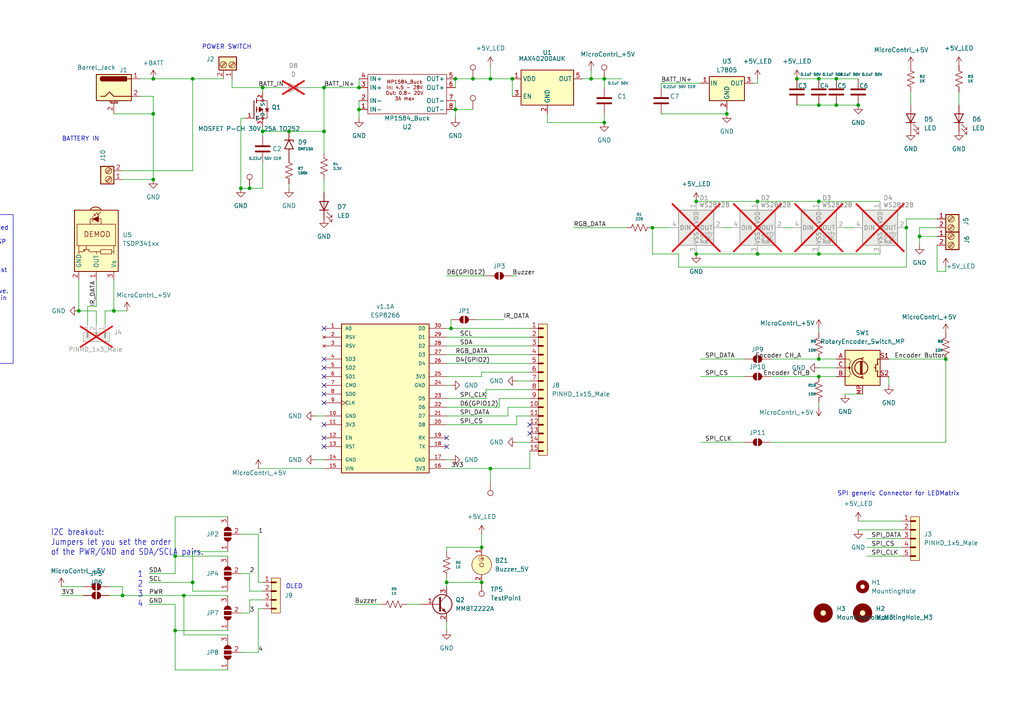
<source format=kicad_sch>
(kicad_sch (version 20231120) (generator "eeschema") (generator_version "8.0")
  (paper "A4")
  (lib_symbols
    (symbol "Analog_Switch:MAX40200AUK"
      (property "Reference" "U" (at -6.35 6.35 0))
      (property "Value" "MAX40200AUK" (at 7.62 6.35 0))
      (symbol "MAX40200AUK_1_1"
        (pin power_in line (at -10.16 2.54 0) (length 2.54) (name "VDD") (number "1"))
        (pin power_in line (at 0 -7.62 90) (length 2.54) (name "GND") (number "2"))
        (pin input line (at -10.16 -2.54 0) (length 2.54) (name "EN") (number "3"))
        (pin no_connect line (at 7.62 -2.54 180) (length 2.54) hide (name "NC") (number "4"))
        (pin passive line (at 10.16 2.54 180) (length 2.54) (name "OUT") (number "5"))
      )
    )
    (symbol "Connector:Barrel_Jack_MountingPin" (pin_names hide)
      (property "Reference" "J1" (at 2.794 5.08 0))
      (property "Value" "Barrel_Jack" (at -5.08 5.842 0))
      (symbol "Barrel_Jack_MountingPin_1_1"
        (text "Mounting" (at 0 -4.191 0) (effects (font (size 0.381 0.381))))
        (pin passive line (at 7.62 2.54 180) (length 2.54) (name "~") (number "1"))
        (pin passive line (at 0 -7.62 90) (length 3.048) (name "GND") (number "2"))
        (pin passive line (at 7.62 -2.54 180) (length 2.54) (name "~") (number "2"))
      )
    )
    (symbol "Connector:TestPoint" (pin_numbers hide) (pin_names (offset 0.762) hide)
      (property "Reference" "TP" (at 0 6.858 0))
      (property "Value" "TestPoint" (at 0 5.08 0))
      (symbol "TestPoint_1_1"
        (pin passive line (at 0 0 90) (length 2.54) (name "1") (number "1"))
      )
    )
    (symbol "Device:C" (pin_numbers hide) (pin_names (offset 0.254))
      (property "Reference" "C" (at 0.635 2.54 0))
      (property "Value" "C" (at 0.635 -2.54 0))
      (symbol "C_1_1"
        (pin passive line (at 0 3.81 270) (length 2.794) (name "~") (number "1"))
        (pin passive line (at 0 -3.81 90) (length 2.794) (name "~") (number "2"))
      )
    )
    (symbol "Device:D" (pin_numbers hide) (pin_names (offset 1.016) hide)
      (property "Reference" "D" (at 0 2.54 0))
      (property "Value" "D" (at 0 -2.54 0))
      (symbol "D_1_1"
        (pin passive line (at -3.81 0 0) (length 2.54) (name "K") (number "1"))
        (pin passive line (at 3.81 0 180) (length 2.54) (name "A") (number "2"))
      )
    )
    (symbol "Device:LED" (pin_numbers hide) (pin_names (offset 1.016) hide)
      (property "Reference" "D" (at 0 2.54 0))
      (property "Value" "LED" (at 0 -2.54 0))
      (symbol "LED_1_1"
        (pin passive line (at -3.81 0 0) (length 2.54) (name "K") (number "1"))
        (pin passive line (at 3.81 0 180) (length 2.54) (name "A") (number "2"))
      )
    )
    (symbol "Device:R_US" (pin_numbers hide) (pin_names (offset 0))
      (property "Reference" "R" (at 2.54 0 90))
      (property "Value" "R_US" (at -2.54 0 90))
      (symbol "R_US_1_1"
        (pin passive line (at 0 3.81 270) (length 1.27) (name "~") (number "1"))
        (pin passive line (at 0 -3.81 90) (length 1.27) (name "~") (number "2"))
      )
    )
    (symbol "Device:RotaryEncoder_Switch_MP" (pin_names (offset 0.254) hide)
      (property "Reference" "SW" (at 0 8.89 0))
      (property "Value" "RotaryEncoder_Switch_MP" (at 0 6.35 0))
      (symbol "RotaryEncoder_Switch_MP_1_1"
        (pin passive line (at -7.62 2.54 0) (length 2.54) (name "A") (number "A"))
        (pin passive line (at -7.62 -2.54 0) (length 2.54) (name "B") (number "B"))
        (pin passive line (at -7.62 0 0) (length 2.54) (name "C") (number "C"))
        (pin passive line (at 0 -7.62 90) (length 2.54) (name "MP") (number "MP"))
        (pin passive line (at 7.62 2.54 180) (length 2.54) (name "S1") (number "S1"))
        (pin passive line (at 7.62 -2.54 180) (length 2.54) (name "S2") (number "S2"))
      )
    )
    (symbol "Diode:SMF15A" (pin_numbers hide) (pin_names (offset 1.016) hide)
      (property "Reference" "D" (at 0 2.54 0))
      (property "Value" "SMF15A" (at 0 -2.54 0))
      (symbol "SMF15A_1_1"
        (pin passive line (at -3.81 0 0) (length 2.54) (name "A1") (number "1"))
        (pin passive line (at 3.81 0 180) (length 2.54) (name "A2") (number "2"))
      )
    )
    (symbol "Interface_Optical:TSDP341xx" (pin_names (offset 1.016))
      (property "Reference" "U" (at -10.16 7.62 0))
      (property "Value" "TSDP341xx" (at -10.16 -7.62 0))
      (symbol "TSDP341xx_0_0"
        (text "DEMOD" (at -3.175 0.254 900) (effects (font (size 1.524 1.524))))
      )
      (symbol "TSDP341xx_1_1"
        (pin output line (at 10.16 0 180) (length 2.54) (name "OUT") (number "1"))
        (pin power_in line (at 10.16 -5.08 180) (length 2.54) (name "GND") (number "2"))
        (pin power_in line (at 10.16 5.08 180) (length 2.54) (name "Vs") (number "3"))
      )
    )
    (symbol "Jumper:SolderJumper_2_Open" (pin_numbers hide) (pin_names (offset 0) hide) (exclude_from_sim yes) (in_bom no)
      (property "Reference" "JP" (at 0 2.032 0))
      (property "Value" "SolderJumper_2_Open" (at 0 -2.54 0))
      (symbol "SolderJumper_2_Open_1_1"
        (pin passive line (at -3.81 0 0) (length 2.54) (name "A") (number "1"))
        (pin passive line (at 3.81 0 180) (length 2.54) (name "B") (number "2"))
      )
    )
    (symbol "Jumper:SolderJumper_3_Open" (pin_names (offset 0) hide) (exclude_from_sim yes) (in_bom no)
      (property "Reference" "JP" (at -2.54 -2.54 0))
      (property "Value" "SolderJumper_3_Open" (at 0 2.794 0))
      (symbol "SolderJumper_3_Open_1_1"
        (pin passive line (at -5.08 0 0) (length 2.54) (name "A") (number "1"))
        (pin passive line (at 0 -3.81 90) (length 2.54) (name "C") (number "2"))
        (pin passive line (at 5.08 0 180) (length 2.54) (name "B") (number "3"))
      )
    )
    (symbol "LED:WS2812B" (pin_names (offset 0.254))
      (property "Reference" "D" (at 5.08 5.715 0))
      (property "Value" "WS2812B" (at 1.27 -5.715 0))
      (symbol "WS2812B_0_0"
        (text "RGB" (at 2.286 -4.191 0) (effects (font (size 0.762 0.762))))
      )
      (symbol "WS2812B_1_1"
        (pin power_in line (at 0 7.62 270) (length 2.54) (name "VDD") (number "1"))
        (pin output line (at 7.62 0 180) (length 2.54) (name "DOUT") (number "2"))
        (pin power_in line (at 0 -7.62 90) (length 2.54) (name "VSS") (number "3"))
        (pin input line (at -7.62 0 0) (length 2.54) (name "DIN") (number "4"))
      )
    )
    (symbol "MCU_Module:WeMos_D1_mini"
      (property "Reference" "U" (at 3.81 19.05 0))
      (property "Value" "WeMos_D1_mini" (at 1.27 -19.05 0))
      (symbol "WeMos_D1_mini_1_1"
        (pin input line (at -10.16 10.16 0) (length 2.54) (name "~{RST}") (number "1"))
        (pin power_in line (at 0 -20.32 90) (length 2.54) (name "GND") (number "10"))
        (pin bidirectional line (at 10.16 0 180) (length 2.54) (name "D4") (number "11"))
        (pin bidirectional line (at 10.16 2.54 180) (length 2.54) (name "D3") (number "12"))
        (pin bidirectional line (at 10.16 5.08 180) (length 2.54) (name "SDA/D2") (number "13"))
        (pin bidirectional line (at 10.16 7.62 180) (length 2.54) (name "SCL/D1") (number "14"))
        (pin input line (at -10.16 2.54 0) (length 2.54) (name "RX") (number "15"))
        (pin output line (at -10.16 0 0) (length 2.54) (name "TX") (number "16"))
        (pin input line (at 10.16 12.7 180) (length 2.54) (name "A0") (number "2"))
        (pin bidirectional line (at 10.16 10.16 180) (length 2.54) (name "D0") (number "3"))
        (pin bidirectional line (at 10.16 -2.54 180) (length 2.54) (name "SCK/D5") (number "4"))
        (pin bidirectional line (at 10.16 -5.08 180) (length 2.54) (name "MISO/D6") (number "5"))
        (pin bidirectional line (at 10.16 -7.62 180) (length 2.54) (name "MOSI/D7") (number "6"))
        (pin bidirectional line (at 10.16 -10.16 180) (length 2.54) (name "CS/D8") (number "7"))
        (pin power_out line (at 2.54 20.32 270) (length 2.54) (name "3V3") (number "8"))
        (pin power_in line (at -2.54 20.32 270) (length 2.54) (name "5V") (number "9"))
      )
    )
    (symbol "Mechanical:MountingHole" (pin_names (offset 1.016)) (exclude_from_sim yes) (in_bom no)
      (property "Reference" "H" (at 0 5.08 0))
      (property "Value" "MountingHole" (at 0 3.175 0))
    )
    (symbol "NodeMCU V1.0:NodeMCU 12-E" (pin_names (offset 1.016))
      (property "Reference" "v1.0" (at -12.7 21.59 0))
      (property "Value" "ESP8266" (at -12.7 -24.13 0))
      (symbol "NodeMCU 12-E_0_0"
        (pin input line (at -17.78 19.05 0) (length 5.08) (name "A0") (number "1"))
        (pin power_in line (at -17.78 -6.35 0) (length 5.08) (name "GND") (number "10"))
        (pin power_out line (at -17.78 -8.89 0) (length 5.08) (name "3V3") (number "11"))
        (pin input line (at -17.78 -12.7 0) (length 5.08) (name "EN") (number "12"))
        (pin input line (at -17.78 -15.24 0) (length 5.08) (name "RST") (number "13"))
        (pin power_in line (at -17.78 -19.05 0) (length 5.08) (name "GND") (number "14"))
        (pin power_in line (at -17.78 -21.59 0) (length 5.08) (name "VIN") (number "15"))
        (pin power_out line (at 17.78 -21.59 180) (length 5.08) (name "3V3") (number "16"))
        (pin power_in line (at 17.78 -19.05 180) (length 5.08) (name "GND") (number "17"))
        (pin output line (at 17.78 -15.24 180) (length 5.08) (name "TX") (number "18"))
        (pin input line (at 17.78 -12.7 180) (length 5.08) (name "RX") (number "19"))
        (pin no_connect line (at -17.78 16.51 0) (length 5.08) (name "RSV") (number "2"))
        (pin bidirectional line (at 17.78 -8.89 180) (length 5.08) (name "D8") (number "20"))
        (pin bidirectional line (at 17.78 -6.35 180) (length 5.08) (name "D7") (number "21"))
        (pin bidirectional line (at 17.78 -3.81 180) (length 5.08) (name "D6") (number "22"))
        (pin bidirectional line (at 17.78 -1.27 180) (length 5.08) (name "D5") (number "23"))
        (pin power_in line (at 17.78 2.54 180) (length 5.08) (name "GND") (number "24"))
        (pin power_out line (at 17.78 5.08 180) (length 5.08) (name "3V3") (number "25"))
        (pin bidirectional line (at 17.78 8.89 180) (length 5.08) (name "D4") (number "26"))
        (pin bidirectional line (at 17.78 11.43 180) (length 5.08) (name "D3") (number "27"))
        (pin bidirectional line (at 17.78 13.97 180) (length 5.08) (name "D2") (number "28"))
        (pin bidirectional line (at 17.78 16.51 180) (length 5.08) (name "D1") (number "29"))
        (pin no_connect line (at -17.78 13.97 0) (length 5.08) (name "RSV") (number "3"))
        (pin input line (at 17.78 19.05 180) (length 5.08) (name "D0") (number "30"))
        (pin bidirectional line (at -17.78 10.16 0) (length 5.08) (name "SD3") (number "4"))
        (pin bidirectional line (at -17.78 7.62 0) (length 5.08) (name "SD2") (number "5"))
        (pin bidirectional line (at -17.78 5.08 0) (length 5.08) (name "SD1") (number "6"))
        (pin bidirectional line (at -17.78 2.54 0) (length 5.08) (name "CMD") (number "7"))
        (pin bidirectional line (at -17.78 0 0) (length 5.08) (name "SD0") (number "8"))
        (pin bidirectional clock (at -17.78 -2.54 0) (length 5.08) (name "CLK") (number "9"))
      )
    )
    (symbol "PCM_SL_Devices:Buzzer_5V"
      (property "Reference" "BZ" (at 0 7.62 0))
      (property "Value" "Buzzer_5V" (at 0 5.08 0))
      (symbol "Buzzer_5V_0_0"
        (text "+" (at -1.778 0 0) (effects (font (size 1.27 1.27))))
      )
      (symbol "Buzzer_5V_1_1"
        (pin passive line (at -5.08 0 0) (length 2.2) (name "") (number "1"))
        (pin passive line (at 5.08 0 180) (length 2.2) (name "") (number "2"))
      )
    )
    (symbol "PCM_SL_Mechanical:MountingHole_M3"
      (property "Reference" "H" (at 0 7.62 0))
      (property "Value" "MountingHole_M3" (at 0 5.08 0))
    )
    (symbol "PCM_SL_Pin_Headers:PINHD_1x15_Male"
      (property "Reference" "J" (at 0 22.86 0))
      (property "Value" "PINHD_1x15_Male" (at 0 20.32 0))
      (symbol "PINHD_1x15_Male_1_1"
        (pin passive line (at -3.81 17.78 0) (length 2.54) (name "") (number "1"))
        (pin passive line (at -3.81 -5.08 0) (length 2.54) (name "") (number "10"))
        (pin passive line (at -3.81 -7.62 0) (length 2.54) (name "") (number "11"))
        (pin passive line (at -3.81 -10.16 0) (length 2.54) (name "") (number "12"))
        (pin passive line (at -3.81 -12.7 0) (length 2.54) (name "") (number "13"))
        (pin passive line (at -3.81 -15.24 0) (length 2.54) (name "") (number "14"))
        (pin passive line (at -3.81 -17.78 0) (length 2.54) (name "") (number "15"))
        (pin passive line (at -3.81 15.24 0) (length 2.54) (name "") (number "2"))
        (pin passive line (at -3.81 12.7 0) (length 2.54) (name "") (number "3"))
        (pin passive line (at -3.81 10.16 0) (length 2.54) (name "") (number "4"))
        (pin passive line (at -3.81 7.62 0) (length 2.54) (name "") (number "5"))
        (pin passive line (at -3.81 5.08 0) (length 2.54) (name "") (number "6"))
        (pin passive line (at -3.81 2.54 0) (length 2.54) (name "") (number "7"))
        (pin passive line (at -3.81 0 0) (length 2.54) (name "") (number "8"))
        (pin passive line (at -3.81 -2.54 0) (length 2.54) (name "") (number "9"))
      )
    )
    (symbol "PCM_SL_Pin_Headers:PINHD_1x3_Male"
      (property "Reference" "J" (at 0 7.62 0))
      (property "Value" "PINHD_1x3_Male" (at 0 5.08 0))
      (symbol "PINHD_1x3_Male_1_1"
        (pin passive line (at -3.81 2.54 0) (length 2.54) (name "") (number "1"))
        (pin passive line (at -3.81 0 0) (length 2.54) (name "") (number "2"))
        (pin passive line (at -3.81 -2.54 0) (length 2.54) (name "") (number "3"))
      )
    )
    (symbol "PCM_SL_Pin_Headers:PINHD_1x4_Male"
      (property "Reference" "J" (at 0 8.89 0))
      (property "Value" "PINHD_1x4_Male" (at 0 6.35 0))
      (symbol "PINHD_1x4_Male_1_1"
        (pin passive line (at -3.81 3.81 0) (length 2.54) (name "") (number "1"))
        (pin passive line (at -3.81 1.27 0) (length 2.54) (name "") (number "2"))
        (pin passive line (at -3.81 -1.27 0) (length 2.54) (name "") (number "3"))
        (pin passive line (at -3.81 -3.81 0) (length 2.54) (name "") (number "4"))
      )
    )
    (symbol "PCM_SL_Pin_Headers:PINHD_1x5_Male"
      (property "Reference" "J" (at 0 10.16 0))
      (property "Value" "PINHD_1x5_Male" (at 0 7.62 0))
      (symbol "PINHD_1x5_Male_1_1"
        (pin passive line (at -3.81 5.08 0) (length 2.54) (name "") (number "1"))
        (pin passive line (at -3.81 2.54 0) (length 2.54) (name "") (number "2"))
        (pin passive line (at -3.81 0 0) (length 2.54) (name "") (number "3"))
        (pin passive line (at -3.81 -2.54 0) (length 2.54) (name "") (number "4"))
        (pin passive line (at -3.81 -5.08 0) (length 2.54) (name "") (number "5"))
      )
    )
    (symbol "PCM_SL_Screw_Terminal:Screw_Terminal_2_P3.50mm"
      (property "Reference" "J" (at 0 3.81 0))
      (property "Value" "Screw_Terminal_2_P3.50mm" (at 0 -3.81 0))
      (symbol "Screw_Terminal_2_P3.50mm_1_1"
        (pin passive line (at -3.81 1.27 0) (length 2.54) (name "") (number "1"))
        (pin passive line (at -3.81 -1.27 0) (length 2.54) (name "") (number "2"))
      )
    )
    (symbol "Regulator_Linear:L7805" (pin_names (offset 0.254))
      (property "Reference" "U" (at -3.81 3.175 0))
      (property "Value" "L7805" (at 0 3.175 0))
      (symbol "L7805_1_1"
        (pin power_in line (at -7.62 0 0) (length 2.54) (name "IN") (number "1"))
        (pin power_in line (at 0 -7.62 90) (length 2.54) (name "GND") (number "2"))
        (pin power_out line (at 7.62 0 180) (length 2.54) (name "OUT") (number "3"))
      )
    )
    (symbol "Ryan_Custom_Modules:MOSFET_P-CH_30V_25A_TO252"
      (property "Reference" "Q" (at 2.794 -7.112 0))
      (symbol "MOSFET_P-CH_30V_25A_TO252_1_0"
        (pin passive line (at -5.08 -2.54 0) (length 2.54) (name "G") (number "1"))
        (pin passive line (at 0 5.08 270) (length 2.54) (name "S") (number "2"))
        (pin passive line (at 0 -5.08 90) (length 2.54) (name "D") (number "3"))
      )
    )
    (symbol "Ryan_Custom_Modules:MP1584_Buck"
      (property "Reference" "U?" (at 0 3.302 0))
      (symbol "MP1584_Buck_1_1"
        (text "MP1584_Buck\nIn: 4.5 - 28V\nOut: 0.8- 20V\n3A max" (at -0.762 -1.778 0) (effects (font (size 1 1))))
        (pin power_in line (at -13.97 3.81 0) (length 2.54) (name "IN-") (number "1"))
        (pin power_in line (at -13.97 1.27 0) (length 2.54) (name "IN-") (number "2"))
        (pin power_in line (at -13.97 -2.54 0) (length 2.54) (name "IN+") (number "3"))
        (pin power_in line (at -13.97 -5.08 0) (length 2.54) (name "IN+") (number "4"))
        (pin power_out line (at 13.97 -5.08 180) (length 2.54) (name "OUT+") (number "5"))
        (pin power_out line (at 13.97 -2.54 180) (length 2.54) (name "OUT+") (number "6"))
        (pin power_out line (at 13.97 1.27 180) (length 2.54) (name "OUT-") (number "7"))
        (pin power_out line (at 13.97 3.81 180) (length 2.54) (name "OUT-") (number "8"))
      )
    )
    (symbol "Ryan_Custom_Modules:WeMos_mini" (pin_names (offset 1.016))
      (property "Reference" "U" (at 0 12.7 0))
      (property "Value" "WeMos_mini" (at 0 -12.7 0))
      (property "Datasheet" "http://www.wemos.cc/Products/d1_mini.html" (at 13.97 -17.78 0))
      (symbol "WeMos_mini_1_1"
        (pin power_in line (at -12.7 8.89 0) (length 5.08) (name "5V") (number "1"))
        (pin bidirectional line (at 12.7 -6.35 180) (length 5.08) (name "A0") (number "10"))
        (pin bidirectional line (at 12.7 -3.81 180) (length 5.08) (name "D0") (number "11"))
        (pin bidirectional line (at 12.7 -1.27 180) (length 5.08) (name "D5") (number "12"))
        (pin bidirectional line (at 12.7 1.27 180) (length 5.08) (name "D6") (number "13"))
        (pin bidirectional line (at 12.7 3.81 180) (length 5.08) (name "D7") (number "14"))
        (pin bidirectional line (at 12.7 6.35 180) (length 5.08) (name "D8") (number "15"))
        (pin power_out line (at 12.7 8.89 180) (length 5.08) (name "3.3V") (number "16"))
        (pin power_in line (at -12.7 6.35 0) (length 5.08) (name "GND") (number "2"))
        (pin bidirectional line (at -12.7 3.81 0) (length 5.08) (name "D4") (number "3"))
        (pin bidirectional line (at -12.7 1.27 0) (length 5.08) (name "D3") (number "4"))
        (pin bidirectional line (at -12.7 -1.27 0) (length 5.08) (name "D2") (number "5"))
        (pin bidirectional line (at -12.7 -3.81 0) (length 5.08) (name "D1") (number "6"))
        (pin bidirectional line (at -12.7 -6.35 0) (length 5.08) (name "Rx") (number "7"))
        (pin bidirectional line (at -12.7 -8.89 0) (length 5.08) (name "Tx") (number "8"))
        (pin bidirectional line (at 12.7 -8.89 180) (length 5.08) (name "Rst") (number "9"))
      )
    )
    (symbol "Transistor_BJT:MMBT2222A" (pin_names (offset 0) hide)
      (property "Reference" "Q" (at 5.08 1.905 0))
      (property "Value" "MMBT2222A" (at 5.08 0 0))
      (symbol "MMBT2222A_1_1"
        (pin input line (at -5.08 0 0) (length 5.715) (name "B") (number "1"))
        (pin passive line (at 2.54 -5.08 90) (length 2.54) (name "E") (number "2"))
        (pin passive line (at 2.54 5.08 270) (length 2.54) (name "C") (number "3"))
      )
    )
    (symbol "power:+5V" (power) (pin_numbers hide) (pin_names (offset 0) hide)
      (property "Value" "+5V" (at 0 3.556 0))
      (symbol "+5V_1_1"
        (pin power_in line (at 0 0 90) (length 0) (name "~") (number "1"))
      )
    )
    (symbol "power:+BATT" (power) (pin_numbers hide) (pin_names (offset 0) hide)
      (property "Value" "+BATT" (at 0 3.556 0))
      (symbol "+BATT_1_1"
        (pin power_in line (at 0 0 90) (length 0) (name "~") (number "1"))
      )
    )
    (symbol "power:GND" (power) (pin_numbers hide) (pin_names (offset 0) hide)
      (property "Value" "GND" (at 0 -3.81 0))
      (symbol "GND_1_1"
        (pin power_in line (at 0 0 270) (length 0) (name "~") (number "1"))
      )
    )
    (symbol "power:VCC" (power) (pin_numbers hide) (pin_names (offset 0) hide)
      (property "Value" "VCC" (at 0 3.556 0))
      (symbol "VCC_1_1"
        (pin power_in line (at 0 0 90) (length 0) (name "~") (number "1"))
      )
    )
  )
  (junction (at 22.86 90.17))
  (junction (at 132.08 22.86))
  (junction (at 266.7 68.58))
  (junction (at 137.16 22.86))
  (junction (at 44.45 52.07))
  (junction (at 50.8 182.88))
  (junction (at 72.39 54.61))
  (junction (at 248.92 30.48))
  (junction (at 210.82 33.02))
  (junction (at 44.45 22.86))
  (junction (at 142.24 22.86))
  (junction (at 262.89 66.04))
  (junction (at 175.26 22.86))
  (junction (at 139.7 158.75))
  (junction (at 53.34 172.72))
  (junction (at 129.54 168.91))
  (junction (at 139.7 168.91))
  (junction (at 242.57 22.86))
  (junction (at 237.49 30.48))
  (junction (at 175.26 35.56))
  (junction (at 274.32 104.14))
  (junction (at 33.02 90.17))
  (junction (at 201.93 58.42))
  (junction (at 104.14 31.75))
  (junction (at 237.49 104.14))
  (junction (at 237.49 58.42))
  (junction (at 142.24 135.89))
  (junction (at 219.71 58.42))
  (junction (at 76.2 38.1))
  (junction (at 44.45 33.02))
  (junction (at 55.88 168.91))
  (junction (at 50.8 161.29))
  (junction (at 242.57 30.48))
  (junction (at 69.85 54.61))
  (junction (at 104.14 25.4))
  (junction (at 55.88 22.86))
  (junction (at 83.82 38.1))
  (junction (at 237.49 73.66))
  (junction (at 231.14 22.86))
  (junction (at 93.98 25.4))
  (junction (at 237.49 22.86))
  (junction (at 237.49 109.22))
  (junction (at 132.08 31.75))
  (junction (at 219.71 73.66))
  (junction (at 130.81 95.25))
  (junction (at 189.23 66.04))
  (junction (at 148.59 22.86))
  (junction (at 35.56 172.72))
  (junction (at 76.2 25.4))
  (junction (at 93.98 38.1))
  (junction (at 201.93 73.66))
  (junction (at 171.45 22.86))
  (no_connect (at 93.98 123.19))
  (no_connect (at 93.98 106.68))
  (no_connect (at 93.98 104.14))
  (no_connect (at 129.54 127))
  (no_connect (at 93.98 129.54))
  (no_connect (at 153.67 123.19))
  (no_connect (at 93.98 114.3))
  (no_connect (at 93.98 95.25))
  (no_connect (at 93.98 116.84))
  (no_connect (at 129.54 129.54))
  (no_connect (at 93.98 111.76))
  (no_connect (at 153.67 125.73))
  (no_connect (at 93.98 109.22))
  (no_connect (at 93.98 127))
  (wire (pts (xy 129.54 100.33) (xy 153.67 100.33)))
  (wire (pts (xy 88.9 25.4) (xy 93.98 25.4)))
  (wire (pts (xy 147.32 120.65) (xy 147.32 118.11)))
  (wire (pts (xy 69.85 177.8) (xy 72.39 177.8)))
  (wire (pts (xy 139.7 107.95) (xy 153.67 107.95)))
  (wire (pts (xy 189.23 73.66) (xy 196.85 73.66)))
  (wire (pts (xy 50.8 175.26) (xy 50.8 182.88)) (stroke (width 0.1524)))
  (wire (pts (xy 227.33 66.04) (xy 229.87 66.04)))
  (wire (pts (xy 245.11 66.04) (xy 247.65 66.04)))
  (wire (pts (xy 43.18 166.37) (xy 50.8 166.37)) (stroke (width 0.1524)))
  (wire (pts (xy 210.82 33.02) (xy 210.82 31.75)))
  (wire (pts (xy 191.77 24.13) (xy 191.77 25.4)))
  (wire (pts (xy 69.85 189.23) (xy 74.93 189.23)) (stroke (width 0.1524)))
  (wire (pts (xy 55.88 171.45) (xy 55.88 168.91)) (stroke (width 0.1524)))
  (wire (pts (xy 74.93 154.94) (xy 74.93 168.91)) (stroke (width 0.1524)))
  (wire (pts (xy 251.46 161.29) (xy 261.62 161.29)))
  (wire (pts (xy 203.2 109.22) (xy 215.9 109.22)))
  (wire (pts (xy 209.55 66.04) (xy 212.09 66.04)))
  (wire (pts (xy 271.78 71.12) (xy 271.78 78.74)))
  (wire (pts (xy 130.81 92.71) (xy 130.81 95.25)))
  (wire (pts (xy 72.39 171.45) (xy 72.39 166.37)) (stroke (width 0.1524)))
  (wire (pts (xy 76.2 54.61) (xy 72.39 54.61)))
  (wire (pts (xy 129.54 168.91) (xy 129.54 170.18)))
  (wire (pts (xy 196.85 77.47) (xy 196.85 73.66)))
  (wire (pts (xy 55.88 22.86) (xy 55.88 49.53)))
  (wire (pts (xy 27.94 90.17) (xy 27.94 93.98)))
  (wire (pts (xy 30.48 90.17) (xy 30.48 93.98)))
  (wire (pts (xy 223.52 128.27) (xy 274.32 128.27)))
  (wire (pts (xy 257.81 111.76) (xy 257.81 109.22)))
  (wire (pts (xy 278.13 26.67) (xy 278.13 30.48)))
  (wire (pts (xy 248.92 153.67) (xy 261.62 153.67)))
  (wire (pts (xy 132.08 31.75) (xy 132.08 34.29)))
  (wire (pts (xy 35.56 52.07) (xy 44.45 52.07)))
  (wire (pts (xy 266.7 68.58) (xy 271.78 68.58)))
  (wire (pts (xy 129.54 115.57) (xy 140.97 115.57)))
  (wire (pts (xy 166.37 66.04) (xy 181.61 66.04)))
  (wire (pts (xy 55.88 160.02) (xy 66.04 160.02)) (stroke (width 0.1524)))
  (wire (pts (xy 153.67 120.65) (xy 149.86 120.65)))
  (wire (pts (xy 76.2 168.91) (xy 74.93 168.91)) (stroke (width 0.1524)))
  (wire (pts (xy 129.54 160.02) (xy 129.54 158.75)))
  (wire (pts (xy 137.16 22.86) (xy 142.24 22.86)))
  (wire (pts (xy 50.8 149.86) (xy 50.8 161.29)) (stroke (width 0.1524)))
  (wire (pts (xy 237.49 73.66) (xy 255.27 73.66)))
  (wire (pts (xy 44.45 33.02) (xy 44.45 27.94)))
  (wire (pts (xy 203.2 24.13) (xy 191.77 24.13)))
  (wire (pts (xy 271.78 66.04) (xy 266.7 66.04)))
  (wire (pts (xy 129.54 123.19) (xy 149.86 123.19)))
  (wire (pts (xy 27.94 81.28) (xy 27.94 88.9)))
  (wire (pts (xy 69.85 34.29) (xy 69.85 54.61)))
  (wire (pts (xy 248.92 151.13) (xy 261.62 151.13)))
  (wire (pts (xy 148.59 22.86) (xy 148.59 27.94)))
  (wire (pts (xy 76.2 46.99) (xy 76.2 54.61)))
  (wire (pts (xy 44.45 52.07) (xy 44.45 33.02)))
  (wire (pts (xy 71.12 34.29) (xy 69.85 34.29)))
  (wire (pts (xy 66.04 172.72) (xy 53.34 172.72)) (stroke (width 0.1524)))
  (wire (pts (xy 140.97 115.57) (xy 140.97 113.03)))
  (wire (pts (xy 35.56 172.72) (xy 53.34 172.72)) (stroke (width 0.1524)))
  (wire (pts (xy 129.54 97.79) (xy 153.67 97.79)))
  (wire (pts (xy 237.49 22.86) (xy 242.57 22.86)))
  (wire (pts (xy 129.54 167.64) (xy 129.54 168.91)))
  (wire (pts (xy 25.4 88.9) (xy 27.94 88.9)))
  (wire (pts (xy 201.93 73.66) (xy 219.71 73.66)))
  (wire (pts (xy 130.81 95.25) (xy 153.67 95.25)))
  (wire (pts (xy 22.86 81.28) (xy 22.86 90.17)))
  (wire (pts (xy 191.77 33.02) (xy 210.82 33.02)))
  (wire (pts (xy 147.32 118.11) (xy 153.67 118.11)))
  (wire (pts (xy 219.71 24.13) (xy 218.44 24.13)))
  (wire (pts (xy 93.98 25.4) (xy 93.98 38.1)))
  (wire (pts (xy 50.8 182.88) (xy 50.8 194.31)) (stroke (width 0.1524)))
  (wire (pts (xy 149.86 120.65) (xy 149.86 123.19)))
  (wire (pts (xy 142.24 135.89) (xy 153.67 135.89)))
  (wire (pts (xy 237.49 104.14) (xy 242.57 104.14)))
  (wire (pts (xy 30.48 90.17) (xy 33.02 90.17)))
  (wire (pts (xy 237.49 58.42) (xy 255.27 58.42)))
  (wire (pts (xy 149.86 110.49) (xy 153.67 110.49)))
  (wire (pts (xy 66.04 182.88) (xy 50.8 182.88)) (stroke (width 0.1524)))
  (wire (pts (xy 50.8 194.31) (xy 66.04 194.31)))
  (wire (pts (xy 250.19 114.3) (xy 245.11 114.3)))
  (wire (pts (xy 231.14 30.48) (xy 237.49 30.48)))
  (wire (pts (xy 140.97 113.03) (xy 153.67 113.03)))
  (wire (pts (xy 129.54 158.75) (xy 139.7 158.75)))
  (wire (pts (xy 171.45 22.86) (xy 175.26 22.86)))
  (wire (pts (xy 43.18 175.26) (xy 50.8 175.26)) (stroke (width 0.1524)))
  (wire (pts (xy 33.02 33.02) (xy 44.45 33.02)))
  (wire (pts (xy 55.88 168.91) (xy 55.88 160.02)) (stroke (width 0.1524)))
  (wire (pts (xy 139.7 109.22) (xy 139.7 107.95)))
  (wire (pts (xy 43.18 168.91) (xy 55.88 168.91)) (stroke (width 0.1524)))
  (wire (pts (xy 274.32 128.27) (xy 274.32 104.14)))
  (wire (pts (xy 76.2 25.4) (xy 76.2 26.67)))
  (wire (pts (xy 35.56 172.72) (xy 35.56 170.18)) (stroke (width 0.1524)))
  (wire (pts (xy 158.75 33.02) (xy 158.75 35.56)))
  (wire (pts (xy 69.85 154.94) (xy 74.93 154.94)) (stroke (width 0.1524)))
  (wire (pts (xy 264.16 26.67) (xy 264.16 30.48)))
  (wire (pts (xy 148.59 80.01) (xy 149.86 80.01)))
  (wire (pts (xy 76.2 25.4) (xy 81.28 25.4)))
  (wire (pts (xy 129.54 102.87) (xy 153.67 102.87)))
  (wire (pts (xy 144.78 115.57) (xy 153.67 115.57)))
  (wire (pts (xy 83.82 53.34) (xy 83.82 54.61)))
  (wire (pts (xy 219.71 73.66) (xy 237.49 73.66)))
  (wire (pts (xy 262.89 66.04) (xy 262.89 77.47)))
  (wire (pts (xy 274.32 78.74) (xy 271.78 78.74)))
  (wire (pts (xy 129.54 118.11) (xy 144.78 118.11)))
  (wire (pts (xy 67.31 22.86) (xy 67.31 25.4)))
  (wire (pts (xy 66.04 171.45) (xy 55.88 171.45)) (stroke (width 0.1524)))
  (wire (pts (xy 237.49 30.48) (xy 242.57 30.48)))
  (wire (pts (xy 168.91 22.86) (xy 171.45 22.86)))
  (wire (pts (xy 242.57 22.86) (xy 248.92 22.86)))
  (wire (pts (xy 83.82 38.1) (xy 76.2 38.1)))
  (wire (pts (xy 262.89 63.5) (xy 262.89 66.04)))
  (wire (pts (xy 66.04 161.29) (xy 50.8 161.29)) (stroke (width 0.1524)))
  (wire (pts (xy 44.45 27.94) (xy 40.64 27.94)))
  (wire (pts (xy 242.57 106.68) (xy 237.49 106.68)))
  (wire (pts (xy 76.2 38.1) (xy 76.2 36.83)))
  (wire (pts (xy 44.45 22.86) (xy 55.88 22.86)))
  (wire (pts (xy 53.34 172.72) (xy 53.34 184.15)) (stroke (width 0.1524)))
  (wire (pts (xy 158.75 35.56) (xy 175.26 35.56)))
  (wire (pts (xy 33.02 90.17) (xy 36.83 90.17)))
  (wire (pts (xy 76.2 176.53) (xy 74.93 176.53)) (stroke (width 0.1524)))
  (wire (pts (xy 175.26 22.86) (xy 175.26 25.4)))
  (wire (pts (xy 189.23 66.04) (xy 194.31 66.04)))
  (wire (pts (xy 237.49 118.11) (xy 237.49 116.84)))
  (wire (pts (xy 104.14 29.21) (xy 104.14 31.75)))
  (wire (pts (xy 129.54 80.01) (xy 140.97 80.01)))
  (wire (pts (xy 203.2 128.27) (xy 215.9 128.27)))
  (wire (pts (xy 132.08 31.75) (xy 137.16 31.75)))
  (wire (pts (xy 93.98 38.1) (xy 93.98 44.45)))
  (wire (pts (xy 25.4 88.9) (xy 25.4 93.98)))
  (wire (pts (xy 67.31 25.4) (xy 76.2 25.4)))
  (wire (pts (xy 271.78 63.5) (xy 262.89 63.5)))
  (wire (pts (xy 144.78 118.11) (xy 144.78 115.57)))
  (wire (pts (xy 83.82 38.1) (xy 93.98 38.1)))
  (wire (pts (xy 17.78 172.72) (xy 24.13 172.72)))
  (wire (pts (xy 251.46 156.21) (xy 261.62 156.21)))
  (wire (pts (xy 180.34 22.86) (xy 175.26 22.86)))
  (wire (pts (xy 104.14 22.86) (xy 104.14 25.4)))
  (wire (pts (xy 219.71 22.86) (xy 219.71 24.13)))
  (wire (pts (xy 274.32 104.14) (xy 257.81 104.14)))
  (wire (pts (xy 74.93 135.89) (xy 93.98 135.89)))
  (wire (pts (xy 153.67 135.89) (xy 153.67 130.81)))
  (wire (pts (xy 129.54 168.91) (xy 139.7 168.91)))
  (wire (pts (xy 132.08 29.21) (xy 132.08 31.75)))
  (wire (pts (xy 175.26 33.02) (xy 175.26 35.56)))
  (wire (pts (xy 237.49 109.22) (xy 242.57 109.22)))
  (wire (pts (xy 129.54 180.34) (xy 129.54 182.88)))
  (wire (pts (xy 132.08 22.86) (xy 132.08 25.4)))
  (wire (pts (xy 138.43 92.71) (xy 146.05 92.71)))
  (wire (pts (xy 104.14 31.75) (xy 104.14 34.29)))
  (wire (pts (xy 53.34 184.15) (xy 66.04 184.15)) (stroke (width 0.1524)))
  (wire (pts (xy 129.54 135.89) (xy 142.24 135.89)))
  (wire (pts (xy 201.93 58.42) (xy 219.71 58.42)))
  (wire (pts (xy 189.23 66.04) (xy 189.23 73.66)))
  (wire (pts (xy 50.8 149.86) (xy 66.04 149.86)) (stroke (width 0.1524)))
  (wire (pts (xy 219.71 58.42) (xy 237.49 58.42)))
  (wire (pts (xy 69.85 166.37) (xy 72.39 166.37)) (stroke (width 0.1524)))
  (wire (pts (xy 231.14 22.86) (xy 237.49 22.86)))
  (wire (pts (xy 91.44 133.35) (xy 93.98 133.35)))
  (wire (pts (xy 129.54 105.41) (xy 153.67 105.41)))
  (wire (pts (xy 129.54 111.76) (xy 130.81 111.76)))
  (wire (pts (xy 203.2 104.14) (xy 215.9 104.14)))
  (wire (pts (xy 31.75 172.72) (xy 35.56 172.72)))
  (wire (pts (xy 74.93 176.53) (xy 74.93 189.23)) (stroke (width 0.1524)))
  (wire (pts (xy 251.46 158.75) (xy 261.62 158.75)))
  (wire (pts (xy 35.56 170.18) (xy 31.75 170.18)) (stroke (width 0.1524)))
  (wire (pts (xy 237.49 95.25) (xy 237.49 96.52)))
  (wire (pts (xy 118.11 175.26) (xy 121.92 175.26)))
  (wire (pts (xy 72.39 54.61) (xy 69.85 54.61)))
  (wire (pts (xy 76.2 171.45) (xy 72.39 171.45)) (stroke (width 0.1524)))
  (wire (pts (xy 22.86 90.17) (xy 27.94 90.17)))
  (wire (pts (xy 142.24 135.89) (xy 142.24 139.7)))
  (wire (pts (xy 33.02 81.28) (xy 33.02 90.17)))
  (wire (pts (xy 129.54 120.65) (xy 147.32 120.65)))
  (wire (pts (xy 129.54 109.22) (xy 139.7 109.22)))
  (wire (pts (xy 129.54 133.35) (xy 130.81 133.35)))
  (wire (pts (xy 223.52 104.14) (xy 237.49 104.14)))
  (wire (pts (xy 149.86 128.27) (xy 153.67 128.27)))
  (wire (pts (xy 242.57 30.48) (xy 248.92 30.48)))
  (wire (pts (xy 76.2 39.37) (xy 76.2 38.1)))
  (wire (pts (xy 17.78 170.18) (xy 24.13 170.18)))
  (wire (pts (xy 76.2 173.99) (xy 72.39 173.99)) (stroke (width 0.1524)))
  (wire (pts (xy 102.87 175.26) (xy 110.49 175.26)))
  (wire (pts (xy 40.64 22.86) (xy 44.45 22.86)))
  (wire (pts (xy 142.24 19.05) (xy 142.24 22.86)))
  (wire (pts (xy 129.54 95.25) (xy 130.81 95.25)))
  (wire (pts (xy 139.7 154.94) (xy 139.7 158.75)))
  (wire (pts (xy 104.14 25.4) (xy 93.98 25.4)))
  (wire (pts (xy 171.45 20.32) (xy 171.45 22.86)))
  (wire (pts (xy 72.39 173.99) (xy 72.39 177.8)) (stroke (width 0.1524)))
  (wire (pts (xy 266.7 66.04) (xy 266.7 68.58)))
  (wire (pts (xy 196.85 77.47) (xy 262.89 77.47)))
  (wire (pts (xy 223.52 109.22) (xy 237.49 109.22)))
  (wire (pts (xy 50.8 161.29) (xy 50.8 166.37)) (stroke (width 0.1524)))
  (wire (pts (xy 93.98 52.07) (xy 93.98 55.88)))
  (wire (pts (xy 274.32 78.74) (xy 274.32 77.47)))
  (wire (pts (xy 142.24 22.86) (xy 148.59 22.86)))
  (wire (pts (xy 55.88 22.86) (xy 64.77 22.86)))
  (wire (pts (xy 266.7 68.58) (xy 266.7 71.12)))
  (wire (pts (xy 91.44 120.65) (xy 93.98 120.65)))
  (wire (pts (xy 132.08 22.86) (xy 137.16 22.86)))
  (wire (pts (xy 35.56 49.53) (xy 55.88 49.53)))
  (text_box "To do (before public release)\n1) D0 reassign. IRrx cannot be on D0 (need interrupt ability from library)\n2) swap D8. Pullup on encoder causes ESP to not boot. swap with D6\n3) Connect A0 maybe?\n\nfriggin ESP8266 has soo many quirks i just wanted to put them to use and never \ntouch this schematic again. \nThis PCB version has the bugs listed above. No issues with SPI implimentation shown in video." (at -41.91 62.23 0) (size 45.72 43.18) (effects (font (size 1.27 1.27)) (justify left top)))
  (text "I2C breakout:\nJumpers let you set the order\nof the PWR/GND and SDA/SCLA pairs." (at 14.732 161.29 0) (effects (font (size 1.778 1.5113)) (justify left bottom)))
  (text "1\n2\n3\n4" (at 39.878 176.276 0) (effects (font (size 1.778 1.5113)) (justify left bottom)))
  (text "OLED" (at 85.344 170.18 0) (effects (font (size 1.27 1.27))))
  (text "SPI generic Connector for LEDMatrix" (at 260.604 143.256 0) (effects (font (size 1.27 1.27))))
  (text "POWER SWITCH" (at 65.786 13.716 0) (effects (font (size 1.27 1.27))))
  (text "BATTERY IN" (at 23.368 40.386 0) (effects (font (size 1.27 1.27))))
  (label "SPI_DATA" (at 252.73 156.21 0))
  (label "D4(GPIO2)" (at 132.08 105.41 0))
  (label "3V3" (at 130.81 135.89 0))
  (label "BATT_IN" (at 74.93 25.4 0))
  (label "SPI_CLK" (at 204.47 128.27 0))
  (label "Encoder CH_B" (at 234.95 109.22 180))
  (label "BATT_IN+" (at 93.98 25.4 0))
  (label "SPI_DATA" (at 133.35 120.65 0))
  (label "Encoder Button" (at 274.32 104.14 180))
  (label "SPI_CS" (at 133.35 123.19 0))
  (label "GND" (at 43.18 175.26 0) (effects (font (size 1.2446 1.2446))))
  (label "Encoder CH_A" (at 232.41 104.14 180))
  (label "3" (at 72.39 177.8 0) (effects (font (size 1.2446 1.2446))))
  (label "PWR" (at 43.18 172.72 0) (effects (font (size 1.2446 1.2446))))
  (label "SCL" (at 43.18 168.91 0) (effects (font (size 1.2446 1.2446))))
  (label "D6(GPIO12)" (at 129.54 80.01 0))
  (label "D6(GPIO12)" (at 133.35 118.11 0))
  (label "IR_DATA" (at 27.94 88.9 90))
  (label "IR_DATA" (at 146.05 92.71 0))
  (label "SCL" (at 133.35 97.79 0))
  (label "SPI_CLK" (at 133.35 115.57 0))
  (label "SPI_CLK" (at 252.73 161.29 0))
  (label "BATT_IN+" (at 191.77 24.13 0))
  (label "4" (at 74.93 189.23 0) (effects (font (size 1.2446 1.2446))))
  (label "2" (at 72.39 166.37 0) (effects (font (size 1.2446 1.2446))))
  (label "SPI_CS" (at 204.47 109.22 0))
  (label "Buzzer" (at 102.87 175.26 0))
  (label "SDA" (at 133.35 100.33 0))
  (label "RGB_DATA" (at 132.08 102.87 0))
  (label "SPI_CS" (at 252.73 158.75 0))
  (label "Buzzer" (at 148.59 80.01 0))
  (label "SDA" (at 43.18 166.37 0) (effects (font (size 1.2446 1.2446))))
  (label "RGB_DATA" (at 166.37 66.04 0))
  (label "3V3" (at 17.78 172.72 0))
  (label "SPI_DATA" (at 204.47 104.14 0))
  (label "1" (at 74.93 154.94 0) (effects (font (size 1.2446 1.2446))))
  (symbol (lib_id "Connector:TestPoint") (at 142.24 139.7 180) (unit 1) (in_bom no)
    (property "Reference" "TP2" (effects (hide yes)))
    (property "Value" "3V3" (effects (hide yes)))
    (property "Footprint" "TestPoint:TestPoint_Pad_2.0x2.0mm" (effects (hide yes)))
    (property "Description" "test point" (effects (hide yes)))
  )
  (symbol (lib_id "Device:C") (at 242.57 26.67 0) (unit 1)
    (property "Reference" "C5" (at 242.824 24.892 0) (effects (justify left)))
    (property "Value" "0.1uF 50V" (at 243.586 21.59 0) (effects (font (size 0.762 0.762)) (justify left)))
    (property "Footprint" "Capacitor_SMD:C_1206_3216Metric" (effects (hide yes)))
    (property "Description" "Unpolarized capacitor" (effects (hide yes)))
    (property "DigiKey P/N" "1276-1068-1-ND" (effects (hide yes)))
  )
  (symbol (lib_id "power:VCC") (at 171.45 20.32 0) (unit 1)
    (property "Reference" "#PWR02" (effects (hide yes)))
    (property "Value" "MicroContrl_+5V" (at 176.276 15.748 0))
    (property "Description" "Power symbol creates a global label with name \"VCC\"" (effects (hide yes)))
  )
  (symbol (lib_id "Device:C") (at 237.49 26.67 0) (unit 1)
    (property "Reference" "C4" (at 237.744 24.892 0) (effects (justify left)))
    (property "Value" "0.1uF 50V" (at 238.506 21.59 0) (effects (font (size 0.762 0.762)) (justify left)))
    (property "Footprint" "Capacitor_SMD:C_1206_3216Metric" (effects (hide yes)))
    (property "Description" "Unpolarized capacitor" (effects (hide yes)))
    (property "DigiKey P/N" "1276-1068-1-ND" (effects (hide yes)))
  )
  (symbol (lib_id "Device:LED") (at 93.98 59.69 90) (unit 1) (in_bom no)
    (property "Reference" "D7" (at 97.79 60.0074 90) (effects (justify right)))
    (property "Value" "LED" (at 97.79 62.5474 90) (effects (justify right)))
    (property "Footprint" "LED_SMD:LED_1206_3216Metric" (effects (hide yes)))
    (property "Description" "Light emitting diode" (effects (hide yes)))
    (property "DigiKey P/N" "1080-1419-1-ND" (effects (hide yes)))
  )
  (symbol (lib_id "power:VCC") (at 237.49 118.11 0) (mirror x) (unit 1)
    (property "Reference" "#PWR042" (effects (hide yes)))
    (property "Value" "MicroContrl_+5V" (at 228.092 119.634 0))
    (property "Description" "Power symbol creates a global label with name \"VCC\"" (effects (hide yes)))
  )
  (symbol (lib_id "Jumper:SolderJumper_3_Open") (at 66.04 166.37 90) (unit 1) (exclude_from_sim yes) (in_bom no)
    (property "Reference" "JP4" (at 63.5 166.3699 90) (effects (justify left)))
    (property "Value" "SolderJumper_3_Open" (effects (hide yes)))
    (property "Footprint" "Jumper:SolderJumper-3_P1.3mm_Open_RoundedPad1.0x1.5mm" (effects (hide yes)))
    (property "Description" "Solder Jumper, 3-pole, open" (effects (hide yes)))
  )
  (symbol (lib_id "Jumper:SolderJumper_3_Open") (at 66.04 154.94 90) (unit 1) (exclude_from_sim yes) (in_bom no)
    (property "Reference" "JP2" (at 63.5 154.9399 90) (effects (justify left)))
    (property "Value" "SolderJumper_3_Open" (effects (hide yes)))
    (property "Footprint" "Jumper:SolderJumper-3_P1.3mm_Open_RoundedPad1.0x1.5mm" (effects (hide yes)))
    (property "Description" "Solder Jumper, 3-pole, open" (effects (hide yes)))
  )
  (symbol (lib_id "power:VCC") (at 274.32 96.52 0) (mirror y) (unit 1)
    (property "Reference" "#PWR012" (effects (hide yes)))
    (property "Value" "MicroContrl_+5V" (at 269.494 91.948 0))
    (property "Description" "Power symbol creates a global label with name \"VCC\"" (effects (hide yes)))
  )
  (symbol (lib_id "Device:R_US") (at 278.13 22.86 0) (unit 1)
    (property "Reference" "R3" (at 280.67 22.225 0) (effects (font (size 0.762 0.762)) (justify left)))
    (property "Value" "1K" (at 280.67 23.495 0) (effects (font (size 0.762 0.762)) (justify left)))
    (property "Footprint" "Resistor_SMD:R_1206_3216Metric" (effects (hide yes)))
    (property "Description" "Resistor, US symbol" (effects (hide yes)))
    (property "DigiKey P/N" "311-1.00KFRCT-ND" (effects (hide yes)))
  )
  (symbol (lib_id "power:+5V") (at 201.93 58.42 0) (unit 1)
    (property "Reference" "#PWR023" (effects (hide yes)))
    (property "Value" "+5V_LED" (at 201.93 53.34 0))
    (property "Description" "Power symbol creates a global label with name \"+5V\"" (effects (hide yes)))
  )
  (symbol (lib_id "Mechanical:MountingHole") (at 250.19 170.18 0) (unit 1) (exclude_from_sim yes) (in_bom no)
    (property "Reference" "H1" (at 252.73 168.9099 0) (effects (justify left)))
    (property "Value" "MountingHole" (at 252.73 171.4499 0) (effects (justify left)))
    (property "Footprint" "MountingHole:MountingHole_3.2mm_M3_ISO14580_Pad_TopBottom" (effects (hide yes)))
    (property "Description" "Mounting Hole without connection" (effects (hide yes)))
  )
  (symbol (lib_id "Jumper:SolderJumper_3_Open") (at 66.04 189.23 90) (unit 1) (exclude_from_sim yes) (in_bom no)
    (property "Reference" "JP8" (at 63.5 189.2299 90) (effects (justify left)))
    (property "Value" "SolderJumper_3_Open" (effects (hide yes)))
    (property "Footprint" "Jumper:SolderJumper-3_P1.3mm_Open_RoundedPad1.0x1.5mm" (effects (hide yes)))
    (property "Description" "Solder Jumper, 3-pole, open" (effects (hide yes)))
  )
  (symbol (lib_id "Device:R_US") (at 129.54 163.83 0) (unit 1)
    (property "Reference" "R6" (at 132.08 163.195 0) (effects (font (size 0.762 0.762)) (justify left)))
    (property "Value" "1K" (at 132.08 164.465 0) (effects (font (size 0.762 0.762)) (justify left)))
    (property "Footprint" "Resistor_SMD:R_1206_3216Metric" (effects (hide yes)))
    (property "Description" "Resistor, US symbol" (effects (hide yes)))
    (property "DigiKey P/N" "311-1.00KFRCT-ND" (effects (hide yes)))
  )
  (symbol (lib_id "power:GND") (at 83.82 54.61 0) (unit 1)
    (property "Reference" "#PWR030" (effects (hide yes)))
    (property "Value" "GND" (at 83.82 59.69 0))
    (property "Description" "Power symbol creates a global label with name \"GND\" , ground" (effects (hide yes)))
  )
  (symbol (lib_id "power:GND") (at 257.81 111.76 0) (mirror y) (unit 1)
    (property "Reference" "#PWR029" (effects (hide yes)))
    (property "Value" "GND" (at 257.81 116.84 0))
    (property "Description" "Power symbol creates a global label with name \"GND\" , ground" (effects (hide yes)))
  )
  (symbol (lib_id "power:GND") (at 248.92 153.67 0) (unit 1)
    (property "Reference" "#PWR014" (effects (hide yes)))
    (property "Value" "GND" (at 248.92 158.75 0))
    (property "Description" "Power symbol creates a global label with name \"GND\" , ground" (effects (hide yes)))
  )
  (symbol (lib_id "power:GND") (at 93.98 63.5 0) (unit 1)
    (property "Reference" "#PWR038" (effects (hide yes)))
    (property "Value" "GND" (at 93.98 68.58 0))
    (property "Description" "Power symbol creates a global label with name \"GND\" , ground" (effects (hide yes)))
  )
  (symbol (lib_id "power:GND") (at 129.54 182.88 0) (unit 1)
    (property "Reference" "#PWR037" (effects (hide yes)))
    (property "Value" "GND" (at 129.54 187.96 0))
    (property "Description" "Power symbol creates a global label with name \"GND\" , ground" (effects (hide yes)))
  )
  (symbol (lib_id "Device:R_US") (at 93.98 48.26 0) (unit 1)
    (property "Reference" "R4" (at 96.52 47.625 0) (effects (font (size 0.762 0.762)) (justify left)))
    (property "Value" "3.3K" (at 96.52 48.895 0) (effects (font (size 0.762 0.762)) (justify left)))
    (property "Footprint" "Resistor_SMD:R_1206_3216Metric" (effects (hide yes)))
    (property "Description" "Resistor, US symbol" (effects (hide yes)))
    (property "DigiKey P/N" "311-1.00KFRCT-ND" (effects (hide yes)))
  )
  (symbol (lib_id "Device:C") (at 76.2 43.18 0) (unit 1)
    (property "Reference" "C2" (at 78.994 43.18 0) (effects (justify left)))
    (property "Value" "0.22uF 50V CER" (at 72.136 45.974 0) (effects (font (size 0.762 0.762)) (justify left)))
    (property "Footprint" "Capacitor_SMD:C_1206_3216Metric" (effects (hide yes)))
    (property "Description" "Unpolarized capacitor" (effects (hide yes)))
    (property "DigiKey P/N" "445-2283-1-ND" (effects (hide yes)))
  )
  (symbol (lib_id "Interface_Optical:TSDP341xx") (at 27.94 71.12 270) (unit 1) (in_bom no)
    (property "Reference" "U5" (at 35.56 68.1149 90) (effects (justify left)))
    (property "Value" "TSDP341xx" (at 35.56 70.6549 90) (effects (justify left)))
    (property "Footprint" "OptoDevice:Vishay_MOLD-3Pin" (effects (hide yes)))
    (property "Datasheet" "http://www.vishay.com/docs/82667/tsdp341.pdf" (effects (hide yes)))
    (property "Description" "IR Receiver Modules for Data Transmission" (effects (hide yes)))
  )
  (symbol (lib_id "LED:WS2812B") (at 255.27 66.04 0) (unit 1) (in_bom no) (on_board no) (dnp yes)
    (property "Reference" "D4" (at 257.556 57.404 0))
    (property "Value" "WS2812B" (at 260.604 59.436 0))
    (property "Footprint" "LED_SMD:LED_WS2812B_PLCC4_5.0x5.0mm_P3.2mm" (effects (hide yes)))
    (property "Datasheet" "https://cdn-shop.adafruit.com/datasheets/WS2812B.pdf" (effects (hide yes)))
    (property "Description" "RGB LED with integrated controller" (effects (hide yes)))
  )
  (symbol (lib_id "PCM_SL_Mechanical:MountingHole_M3") (at 250.19 177.8 0) (unit 1) (in_bom no)
    (property "Reference" "H2" (at 254 176.5299 0) (effects (justify left)))
    (property "Value" "MountingHole_M3" (at 254 179.0699 0) (effects (justify left)))
    (property "Footprint" "MountingHole:MountingHole_3.2mm_M3" (effects (hide yes)))
    (property "Description" "3.2mm Diameter Mounting Hole (M3)" (effects (hide yes)))
  )
  (symbol (lib_id "power:GND") (at 264.16 38.1 0) (unit 1)
    (property "Reference" "#PWR035" (effects (hide yes)))
    (property "Value" "GND" (at 264.16 43.18 0))
    (property "Description" "Power symbol creates a global label with name \"GND\" , ground" (effects (hide yes)))
  )
  (symbol (lib_id "Jumper:SolderJumper_2_Open") (at 219.71 104.14 0) (unit 1) (exclude_from_sim yes) (in_bom no)
    (property "Reference" "JP9" (at 219.71 101.346 0))
    (property "Value" "SolderJumper_2_Open" (effects (hide yes)))
    (property "Footprint" "Jumper:SolderJumper-2_P1.3mm_Open_TrianglePad1.0x1.5mm" (effects (hide yes)))
    (property "Description" "Solder Jumper, 2-pole, open" (effects (hide yes)))
  )
  (symbol (lib_id "Connector:Barrel_Jack_MountingPin") (at 33.02 25.4 0) (unit 1) (in_bom no)
    (property "Reference" "J1" (at 35.814 20.32 0))
    (property "Value" "Barrel_Jack" (at 27.94 19.558 0))
    (property "Footprint" "Connector_BarrelJack:BarrelJack_GCT_DCJ200-10-A_Horizontal" (effects (hide yes)))
    (property "Description" "DC Barrel Jack with a mounting pin" (effects (hide yes)))
  )
  (symbol (lib_id "power:GND") (at 210.82 33.02 0) (unit 1)
    (property "Reference" "#PWR09" (effects (hide yes)))
    (property "Value" "GND" (at 210.82 38.1 0))
    (property "Description" "Power symbol creates a global label with name \"GND\" , ground" (effects (hide yes)))
  )
  (symbol (lib_id "power:+5V") (at 142.24 19.05 0) (unit 1)
    (property "Reference" "#PWR01" (effects (hide yes)))
    (property "Value" "+5V_LED" (at 142.24 13.97 0))
    (property "Description" "Power symbol creates a global label with name \"+5V\"" (effects (hide yes)))
  )
  (symbol (lib_id "Jumper:SolderJumper_2_Open") (at 219.71 128.27 0) (unit 1) (exclude_from_sim yes) (in_bom no)
    (property "Reference" "JP11" (at 219.71 125.476 0))
    (property "Value" "SolderJumper_2_Open" (effects (hide yes)))
    (property "Footprint" "Jumper:SolderJumper-2_P1.3mm_Open_TrianglePad1.0x1.5mm" (effects (hide yes)))
    (property "Description" "Solder Jumper, 2-pole, open" (effects (hide yes)))
  )
  (symbol (lib_id "power:GND") (at 91.44 133.35 270) (unit 1)
    (property "Reference" "#PWR027" (effects (hide yes)))
    (property "Value" "GND" (at 87.63 133.3499 90) (effects (justify right)))
    (property "Description" "Power symbol creates a global label with name \"GND\" , ground" (effects (hide yes)))
  )
  (symbol (lib_id "power:GND") (at 248.92 30.48 0) (unit 1)
    (property "Reference" "#PWR011" (effects (hide yes)))
    (property "Value" "GND" (at 248.92 35.56 0))
    (property "Description" "Power symbol creates a global label with name \"GND\" , ground" (effects (hide yes)))
  )
  (symbol (lib_id "power:+5V") (at 139.7 154.94 0) (unit 1)
    (property "Reference" "#PWR039" (effects (hide yes)))
    (property "Value" "+5V_LED" (at 139.7 149.86 0))
    (property "Description" "Power symbol creates a global label with name \"+5V\"" (effects (hide yes)))
  )
  (symbol (lib_id "power:GND") (at 175.26 35.56 0) (unit 1)
    (property "Reference" "#PWR06" (effects (hide yes)))
    (property "Value" "GND" (at 175.26 40.64 0))
    (property "Description" "Power symbol creates a global label with name \"GND\" , ground" (effects (hide yes)))
  )
  (symbol (lib_id "power:GND") (at 245.11 114.3 0) (mirror y) (unit 1)
    (property "Reference" "#PWR041" (effects (hide yes)))
    (property "Value" "GND" (at 245.11 119.38 0))
    (property "Description" "Power symbol creates a global label with name \"GND\" , ground" (effects (hide yes)))
  )
  (symbol (lib_id "power:GND") (at 149.86 128.27 270) (unit 1)
    (property "Reference" "#PWR031" (effects (hide yes)))
    (property "Value" "GND" (at 146.05 128.2699 90) (effects (justify right)))
    (property "Description" "Power symbol creates a global label with name \"GND\" , ground" (effects (hide yes)))
  )
  (symbol (lib_id "power:GND") (at 237.49 106.68 270) (mirror x) (unit 1)
    (property "Reference" "#PWR021" (effects (hide yes)))
    (property "Value" "GND" (at 233.68 106.6799 90) (effects (justify right)))
    (property "Description" "Power symbol creates a global label with name \"GND\" , ground" (effects (hide yes)))
  )
  (symbol (lib_id "Connector:TestPoint") (at 139.7 168.91 180) (unit 1) (in_bom no)
    (property "Reference" "TP5" (at 142.24 170.9419 0) (effects (justify right)))
    (property "Value" "TestPoint" (at 142.24 173.4819 0) (effects (justify right)))
    (property "Footprint" "Connector_PinHeader_1.00mm:PinHeader_1x01_P1.00mm_Vertical" (effects (hide yes)))
    (property "Description" "test point" (effects (hide yes)))
  )
  (symbol (lib_id "power:GND") (at 104.14 34.29 0) (unit 1)
    (property "Reference" "#PWR04" (effects (hide yes)))
    (property "Value" "GND" (at 104.14 39.37 0))
    (property "Description" "Power symbol creates a global label with name \"GND\" , ground" (effects (hide yes)))
  )
  (symbol (lib_id "PCM_SL_Pin_Headers:PINHD_1x15_Male") (at 157.48 113.03 0) (unit 1)
    (property "Reference" "J8" (at 160.02 111.7599 0) (effects (justify left)))
    (property "Value" "PINHD_1x15_Male" (at 160.02 114.2999 0) (effects (justify left)))
    (property "Footprint" "Connector_PinHeader_2.54mm:PinHeader_1x15_P2.54mm_Vertical" (effects (hide yes)))
    (property "Description" "Pin Header male with pin space 2.54mm. Pin Count -15" (effects (hide yes)))
  )
  (symbol (lib_id "power:+5V") (at 274.32 77.47 0) (unit 1)
    (property "Reference" "#PWR019" (effects (hide yes)))
    (property "Value" "+5V_LED" (at 278.638 77.216 0))
    (property "Description" "Power symbol creates a global label with name \"+5V\"" (effects (hide yes)))
  )
  (symbol (lib_id "Connector:TestPoint") (at 137.16 22.86 0) (unit 1) (in_bom no)
    (property "Reference" "TP3" (effects (hide yes)))
    (property "Value" "uC +5V" (effects (hide yes)))
    (property "Footprint" "TestPoint:TestPoint_Pad_2.0x2.0mm" (effects (hide yes)))
    (property "Description" "test point" (effects (hide yes)))
  )
  (symbol (lib_id "power:GND") (at 91.44 120.65 270) (unit 1)
    (property "Reference" "#PWR026" (effects (hide yes)))
    (property "Value" "GND" (at 87.63 120.6499 90) (effects (justify right)))
    (property "Description" "Power symbol creates a global label with name \"GND\" , ground" (effects (hide yes)))
  )
  (symbol (lib_id "PCM_SL_Pin_Headers:PINHD_1x4_Male") (at 80.01 172.72 0) (unit 1) (in_bom no)
    (property "Reference" "J9" (at 82.55 172.7199 0) (effects (justify left)))
    (property "Value" "PINHD_1x4_Male" (effects (hide yes)))
    (property "Footprint" "Connector_PinHeader_2.54mm:PinHeader_1x04_P2.54mm_Vertical" (effects (hide yes)))
    (property "Description" "Pin Header male with pin space 2.54mm. Pin Count -4" (effects (hide yes)))
    (property "DigiKey P/N" "S1012EC-40-ND" (effects (hide yes)))
  )
  (symbol (lib_id "MCU_Module:WeMos_D1_mini") (at 317.5 139.7 0) (unit 1) (in_bom no) (on_board no) (dnp yes)
    (property "Reference" "U4" (at 319.6941 160.02 0) (effects (justify left)))
    (property "Value" "WeMos_D1_mini" (at 319.6941 162.56 0) (effects (justify left)))
    (property "Footprint" "Module:WEMOS_D1_mini_light" (effects (hide yes)))
    (property "Datasheet" "https://wiki.wemos.cc/products:d1:d1_mini#documentation" (effects (hide yes)))
    (property "Description" "32-bit microcontroller module with WiFi" (effects (hide yes)))
  )
  (symbol (lib_id "PCM_SL_Mechanical:MountingHole_M3") (at 238.76 177.8 0) (unit 1) (in_bom no)
    (property "Reference" "H3" (at 242.57 176.5299 0) (effects (justify left)))
    (property "Value" "MountingHole_M3" (at 242.57 179.0699 0) (effects (justify left)))
    (property "Footprint" "MountingHole:MountingHole_3.2mm_M3" (effects (hide yes)))
    (property "Description" "3.2mm Diameter Mounting Hole (M3)" (effects (hide yes)))
  )
  (symbol (lib_id "PCM_SL_Devices:Buzzer_5V") (at 139.7 163.83 270) (unit 1)
    (property "Reference" "BZ1" (at 143.51 162.5599 90) (effects (justify left)))
    (property "Value" "Buzzer_5V" (at 143.51 165.0999 90) (effects (justify left)))
    (property "Footprint" "Buzzer_Beeper:MagneticBuzzer_ProSignal_ABT-410-RC" (effects (hide yes)))
    (property "Description" "Buzzer 5V" (effects (hide yes)))
  )
  (symbol (lib_id "NodeMCU V1.0:NodeMCU 12-E") (at 111.76 114.3 0) (unit 1) (in_bom no)
    (property "Reference" "v1.1" (at 111.76 88.9 0))
    (property "Value" "ESP8266" (at 111.76 91.44 0))
    (property "Footprint" "NodeMCU ESP8266 library:NodeMCU 12-E" (effects (hide yes)))
    (property "MP" "NodeMCU 12-E" (effects (hide yes)))
  )
  (symbol (lib_id "Device:D") (at 85.09 25.4 180) (unit 1) (dnp yes)
    (property "Reference" "D8" (at 85.09 19.05 0))
    (property "Value" "D" (at 85.09 21.59 0))
    (property "Footprint" "Diode_SMD:D_SMC_Handsoldering" (effects (hide yes)))
    (property "Description" "Diode" (effects (hide yes)))
    (property "Sim.Device" "D" (effects (hide yes)))
    (property "Sim.Pins" "1=K 2=A" (effects (hide yes)))
    (property "DigiKey P/N" "S5AC-FDICT-ND" (effects (hide yes)))
  )
  (symbol (lib_id "power:+5V") (at 231.14 22.86 0) (unit 1)
    (property "Reference" "#PWR028" (effects (hide yes)))
    (property "Value" "+5V_LED" (at 231.14 17.78 0))
    (property "Description" "Power symbol creates a global label with name \"+5V\"" (effects (hide yes)))
  )
  (symbol (lib_id "Jumper:SolderJumper_2_Open") (at 144.78 80.01 0) (unit 1) (exclude_from_sim yes) (in_bom no)
    (property "Reference" "JP3" (at 144.78 77.216 0))
    (property "Value" "SolderJumper_2_Open" (effects (hide yes)))
    (property "Footprint" "Jumper:SolderJumper-2_P1.3mm_Open_TrianglePad1.0x1.5mm" (effects (hide yes)))
    (property "Description" "Solder Jumper, 2-pole, open" (effects (hide yes)))
  )
  (symbol (lib_id "Device:R_US") (at 185.42 66.04 270) (unit 1)
    (property "Reference" "R1" (at 185.42 62.23 90) (effects (font (size 0.762 0.762))))
    (property "Value" "220" (at 185.42 63.5 90) (effects (font (size 0.762 0.762))))
    (property "Footprint" "Resistor_SMD:R_1206_3216Metric" (effects (hide yes)))
    (property "Description" "Resistor, US symbol" (effects (hide yes)))
    (property "DigiKey P/N" "311-220FRCT-ND" (effects (hide yes)))
  )
  (symbol (lib_id "Ryan_Custom_Modules:MOSFET_P-CH_30V_25A_TO252") (at 76.2 31.75 0) (unit 1)
    (property "Reference" "Q1" (at 78.74 31.1149 0) (effects (justify left)))
    (property "Value" "MOSFET P-CH 30V 25A TO252" (at 57.404 37.338 0) (effects (justify left)))
    (property "Footprint" "Ryan_Custom_Modules:MOSFET_P-CH_30V_25A_TO252" (effects (hide yes)))
    (property "DigiKey P/N" "785-1106-1-ND" (effects (hide yes)))
  )
  (symbol (lib_id "power:VCC") (at 74.93 135.89 0) (unit 1)
    (property "Reference" "#PWR015" (effects (hide yes)))
    (property "Value" "MicroContrl_+5V" (at 75.184 137.16 0))
    (property "Description" "Power symbol creates a global label with name \"VCC\"" (effects (hide yes)))
  )
  (symbol (lib_id "power:+5V") (at 219.71 22.86 0) (unit 1)
    (property "Reference" "#PWR010" (effects (hide yes)))
    (property "Value" "+5V_LED" (at 219.71 17.78 0))
    (property "Description" "Power symbol creates a global label with name \"+5V\"" (effects (hide yes)))
  )
  (symbol (lib_id "power:GND") (at 278.13 38.1 0) (unit 1)
    (property "Reference" "#PWR036" (effects (hide yes)))
    (property "Value" "GND" (at 278.13 43.18 0))
    (property "Description" "Power symbol creates a global label with name \"GND\" , ground" (effects (hide yes)))
  )
  (symbol (lib_id "Connector:TestPoint") (at 137.16 31.75 0) (unit 1) (in_bom no)
    (property "Reference" "TP4" (effects (hide yes)))
    (property "Value" "uC +5V" (effects (hide yes)))
    (property "Footprint" "TestPoint:TestPoint_Pad_2.0x2.0mm" (effects (hide yes)))
    (property "Description" "test point" (effects (hide yes)))
  )
  (symbol (lib_id "power:GND") (at 69.85 54.61 0) (unit 1)
    (property "Reference" "#PWR08" (effects (hide yes)))
    (property "Value" "GND" (at 69.85 59.69 0))
    (property "Description" "Power symbol creates a global label with name \"GND\" , ground" (effects (hide yes)))
  )
  (symbol (lib_id "Jumper:SolderJumper_3_Open") (at 66.04 177.8 90) (unit 1) (exclude_from_sim yes) (in_bom no)
    (property "Reference" "JP7" (at 63.5 177.7999 90) (effects (justify left)))
    (property "Value" "SolderJumper_3_Open" (effects (hide yes)))
    (property "Footprint" "Jumper:SolderJumper-3_P1.3mm_Open_RoundedPad1.0x1.5mm" (effects (hide yes)))
    (property "Description" "Solder Jumper, 3-pole, open" (effects (hide yes)))
  )
  (symbol (lib_id "power:GND") (at 132.08 34.29 0) (unit 1)
    (property "Reference" "#PWR05" (effects (hide yes)))
    (property "Value" "GND" (at 132.08 39.37 0))
    (property "Description" "Power symbol creates a global label with name \"GND\" , ground" (effects (hide yes)))
  )
  (symbol (lib_id "Device:C") (at 231.14 26.67 0) (unit 1)
    (property "Reference" "C3" (at 231.394 24.892 0) (effects (justify left)))
    (property "Value" "0.1uF 50V" (at 232.156 21.59 0) (effects (font (size 0.762 0.762)) (justify left)))
    (property "Footprint" "Capacitor_SMD:C_1206_3216Metric" (effects (hide yes)))
    (property "Description" "Unpolarized capacitor" (effects (hide yes)))
    (property "DigiKey P/N" "1276-1068-1-ND" (effects (hide yes)))
  )
  (symbol (lib_id "PCM_SL_Screw_Terminal:Screw_Terminal_2_P3.50mm") (at 66.04 19.05 270) (mirror x) (unit 1)
    (property "Reference" "J2" (at 62.23 17.1449 90) (effects (justify right)))
    (property "Value" "Screw_Terminal_2_P3.50mm" (effects (hide yes)))
    (property "Footprint" "TerminalBlock_Phoenix:TerminalBlock_Phoenix_PT-1,5-2-3.5-H_1x02_P3.50mm_Horizontal" (effects (hide yes)))
  )
  (symbol (lib_id "Device:R_US") (at 83.82 49.53 0) (unit 1)
    (property "Reference" "R7" (at 86.36 48.895 0) (effects (font (size 0.762 0.762)) (justify left)))
    (property "Value" "100k" (at 86.36 50.165 0) (effects (font (size 0.762 0.762)) (justify left)))
    (property "Footprint" "Resistor_SMD:R_1206_3216Metric" (effects (hide yes)))
    (property "Description" "Resistor, US symbol" (effects (hide yes)))
    (property "DigiKey P/N" "311-100KFRCT-ND" (effects (hide yes)))
  )
  (symbol (lib_id "Jumper:SolderJumper_2_Open") (at 134.62 92.71 180) (unit 1) (exclude_from_sim yes) (in_bom no)
    (property "Reference" "JP1" (at 134.62 90.17 0))
    (property "Value" "SolderJumper_2_Open" (effects (hide yes)))
    (property "Footprint" "Jumper:SolderJumper-2_P1.3mm_Open_TrianglePad1.0x1.5mm" (effects (hide yes)))
    (property "Description" "Solder Jumper, 2-pole, open" (effects (hide yes)))
  )
  (symbol (lib_id "power:GND") (at 44.45 52.07 0) (unit 1)
    (property "Reference" "#PWR07" (effects (hide yes)))
    (property "Value" "GND" (at 44.45 57.15 0))
    (property "Description" "Power symbol creates a global label with name \"GND\" , ground" (effects (hide yes)))
  )
  (symbol (lib_id "Jumper:SolderJumper_2_Open") (at 27.94 170.18 0) (unit 1) (exclude_from_sim yes) (in_bom no)
    (property "Reference" "JP5" (at 27.94 166.37 0))
    (property "Value" "SolderJumper_2_Open" (effects (hide yes)))
    (property "Footprint" "Jumper:SolderJumper-2_P1.3mm_Open_TrianglePad1.0x1.5mm" (effects (hide yes)))
    (property "Description" "Solder Jumper, 2-pole, open" (effects (hide yes)))
  )
  (symbol (lib_id "Connector:TestPoint") (at 72.39 54.61 0) (unit 1) (in_bom no)
    (property "Reference" "TP6" (effects (hide yes)))
    (property "Value" "uC +5V" (effects (hide yes)))
    (property "Footprint" "TestPoint:TestPoint_Pad_2.0x2.0mm" (effects (hide yes)))
    (property "Description" "test point" (effects (hide yes)))
  )
  (symbol (lib_id "Device:C") (at 175.26 29.21 0) (unit 1)
    (property "Reference" "C1" (at 179.07 27.9399 0) (effects (justify left)))
    (property "Value" "0.1uF 50V" (at 176.276 24.13 0) (effects (font (size 0.762 0.762)) (justify left)))
    (property "Footprint" "Capacitor_SMD:C_1206_3216Metric" (effects (hide yes)))
    (property "Description" "Unpolarized capacitor" (effects (hide yes)))
    (property "DigiKey P/N" "1276-1068-1-ND" (effects (hide yes)))
  )
  (symbol (lib_id "Device:R_US") (at 237.49 113.03 0) (mirror x) (unit 1)
    (property "Reference" "R10" (at 236.728 111.76 0) (effects (font (size 0.762 0.762)) (justify right)))
    (property "Value" "10K" (at 236.728 114.3 0) (effects (font (size 0.762 0.762)) (justify right)))
    (property "Footprint" "Resistor_SMD:R_1206_3216Metric" (effects (hide yes)))
    (property "Description" "Resistor, US symbol" (effects (hide yes)))
    (property "DigiKey P/N" "311-10.0KFRCT-ND" (effects (hide yes)))
  )
  (symbol (lib_id "Device:R_US") (at 264.16 22.86 0) (unit 1)
    (property "Reference" "R2" (at 266.7 22.225 0) (effects (font (size 0.762 0.762)) (justify left)))
    (property "Value" "1K" (at 266.7 23.495 0) (effects (font (size 0.762 0.762)) (justify left)))
    (property "Footprint" "Resistor_SMD:R_1206_3216Metric" (effects (hide yes)))
    (property "Description" "Resistor, US symbol" (effects (hide yes)))
    (property "DigiKey P/N" "311-1.00KFRCT-ND" (effects (hide yes)))
  )
  (symbol (lib_id "Ryan_Custom_Modules:WeMos_mini") (at 317.5 88.9 0) (unit 1) (in_bom no) (on_board no) (dnp yes)
    (property "Reference" "U6" (at 317.5 71.882 0) (effects (font (size 1.524 1.524))))
    (property "Value" "WeMos_mini" (at 317.5 74.422 0) (effects (font (size 1.524 1.524))))
    (property "Footprint" "Ryan_Custom_Modules:D1_mini_board" (at 331.47 106.68 0) (effects (font (size 1.524 1.524))))
    (property "Datasheet" "http://www.wemos.cc/Products/d1_mini.html" (effects (hide yes)))
    (property "Description" "WeMos D1 mini" (effects (hide yes)))
  )
  (symbol (lib_id "power:+BATT") (at 44.45 22.86 0) (unit 1)
    (property "Reference" "#PWR03" (effects (hide yes)))
    (property "Value" "+BATT" (at 44.45 18.288 0))
    (property "Description" "Power symbol creates a global label with name \"+BATT\"" (effects (hide yes)))
  )
  (symbol (lib_id "Analog_Switch:MAX40200AUK") (at 158.75 25.4 0) (unit 1)
    (property "Reference" "U1" (at 158.75 15.24 0))
    (property "Value" "MAX40200AUK" (at 157.226 17.018 0))
    (property "Footprint" "Package_TO_SOT_SMD:SOT-23-5" (effects (hide yes)))
    (property "Datasheet" "https://datasheets.maximintegrated.com/en/ds/MAX40200.pdf" (effects (hide yes)))
    (property "Description" "Ideal Diode, Ultra-Low Voltage Drop, 1.5-5.5V, 1A, SOT-23-5" (effects (hide yes)))
    (property "DigiKey P/N" "175-MAX40203AUK+TCT-ND" (effects (hide yes)))
  )
  (symbol (lib_id "Connector:TestPoint") (at 175.26 22.86 0) (unit 1) (in_bom no)
    (property "Reference" "TP1" (effects (hide yes)))
    (property "Value" "uC +5V" (effects (hide yes)))
    (property "Footprint" "TestPoint:TestPoint_Pad_2.0x2.0mm" (effects (hide yes)))
    (property "Description" "test point" (effects (hide yes)))
  )
  (symbol (lib_id "power:VCC") (at 17.78 170.18 0) (unit 1)
    (property "Reference" "#PWR040" (effects (hide yes)))
    (property "Value" "MicroContrl_+5V" (at 22.606 165.608 0))
    (property "Description" "Power symbol creates a global label with name \"VCC\"" (effects (hide yes)))
  )
  (symbol (lib_id "Transistor_BJT:MMBT2222A") (at 127 175.26 0) (unit 1)
    (property "Reference" "Q2" (at 132.08 173.9899 0) (effects (justify left)))
    (property "Value" "MMBT2222A" (at 132.08 176.5299 0) (effects (justify left)))
    (property "Footprint" "Package_TO_SOT_SMD:SOT-23" (effects (hide yes)))
    (property "Datasheet" "https://assets.nexperia.com/documents/data-sheet/MMBT2222A.pdf" (effects (hide yes)))
    (property "Description" "600mA Ic, 40V Vce, NPN Transistor, SOT-23" (effects (hide yes)))
    (property "DigiKey P/N" "MMBT2222ATPMSCT-ND" (effects (hide yes)))
  )
  (symbol (lib_id "power:VCC") (at 237.49 95.25 0) (mirror y) (unit 1)
    (property "Reference" "#PWR016" (effects (hide yes)))
    (property "Value" "MicroContrl_+5V" (at 228.346 93.726 0))
    (property "Description" "Power symbol creates a global label with name \"VCC\"" (effects (hide yes)))
  )
  (symbol (lib_id "LED:WS2812B") (at 237.49 66.04 0) (unit 1) (in_bom no) (on_board no) (dnp yes)
    (property "Reference" "D3" (at 239.776 57.404 0))
    (property "Value" "WS2812B" (at 242.824 59.436 0))
    (property "Footprint" "LED_SMD:LED_WS2812B_PLCC4_5.0x5.0mm_P3.2mm" (effects (hide yes)))
    (property "Datasheet" "https://cdn-shop.adafruit.com/datasheets/WS2812B.pdf" (effects (hide yes)))
    (property "Description" "RGB LED with integrated controller" (effects (hide yes)))
  )
  (symbol (lib_id "Jumper:SolderJumper_2_Open") (at 219.71 109.22 0) (unit 1) (exclude_from_sim yes) (in_bom no)
    (property "Reference" "JP10" (at 219.71 106.426 0))
    (property "Value" "SolderJumper_2_Open" (effects (hide yes)))
    (property "Footprint" "Jumper:SolderJumper-2_P1.3mm_Open_TrianglePad1.0x1.5mm" (effects (hide yes)))
    (property "Description" "Solder Jumper, 2-pole, open" (effects (hide yes)))
  )
  (symbol (lib_id "PCM_SL_Pin_Headers:PINHD_1x3_Male") (at 27.94 97.79 270) (unit 1) (in_bom no) (on_board no) (dnp yes)
    (property "Reference" "J4" (at 33.02 96.3949 90) (effects (justify left)))
    (property "Value" "PINHD_1x3_Male" (at 19.812 101.346 90) (effects (justify left)))
    (property "Footprint" "Connector_PinHeader_2.54mm:PinHeader_1x03_P2.54mm_Vertical" (effects (hide yes)))
    (property "Description" "Pin Header male with pin space 2.54mm. Pin Count -3" (effects (hide yes)))
  )
  (symbol (lib_id "Device:RotaryEncoder_Switch_MP") (at 250.19 106.68 0) (unit 1)
    (property "Reference" "SW1" (at 250.19 96.52 0))
    (property "Value" "RotaryEncoder_Switch_MP" (at 250.19 99.06 0))
    (property "Footprint" "Rotary_Encoder:RotaryEncoder_Alps_EC11E-Switch_Vertical_H20mm" (effects (hide yes)))
    (property "Description" "Rotary encoder, dual channel, incremental quadrate outputs, with switch and MP Pin" (effects (hide yes)))
    (property "DigiKey P/N" "PEC11R-4220F-S0024-ND" (effects (hide yes)))
  )
  (symbol (lib_id "power:GND") (at 130.81 111.76 90) (unit 1)
    (property "Reference" "#PWR025" (effects (hide yes)))
    (property "Value" "GND" (at 134.62 111.7599 90) (effects (justify right)))
    (property "Description" "Power symbol creates a global label with name \"GND\" , ground" (effects (hide yes)))
  )
  (symbol (lib_id "power:GND") (at 130.81 133.35 90) (unit 1)
    (property "Reference" "#PWR024" (effects (hide yes)))
    (property "Value" "GND" (at 134.62 133.3499 90) (effects (justify right)))
    (property "Description" "Power symbol creates a global label with name \"GND\" , ground" (effects (hide yes)))
  )
  (symbol (lib_id "power:+5V") (at 248.92 151.13 0) (unit 1)
    (property "Reference" "#PWR013" (effects (hide yes)))
    (property "Value" "+5V_LED" (at 248.92 146.05 0))
    (property "Description" "Power symbol creates a global label with name \"+5V\"" (effects (hide yes)))
  )
  (symbol (lib_id "power:GND") (at 201.93 73.66 0) (unit 1)
    (property "Reference" "#PWR022" (effects (hide yes)))
    (property "Value" "GND" (at 201.93 78.74 0))
    (property "Description" "Power symbol creates a global label with name \"GND\" , ground" (effects (hide yes)))
  )
  (symbol (lib_id "Ryan_Custom_Modules:MP1584_Buck") (at 118.11 27.94 0) (mirror x) (unit 1)
    (property "Reference" "U2" (at 118.11 36.83 0))
    (property "Value" "MP1584_Buck" (at 118.11 34.29 0))
    (property "Footprint" "Ryan_Custom_Modules:MP1584" (effects (hide yes)))
  )
  (symbol (lib_id "power:GND") (at 22.86 90.17 270) (unit 1)
    (property "Reference" "#PWR017" (effects (hide yes)))
    (property "Value" "GND" (at 19.05 90.1699 90) (effects (justify right)))
    (property "Description" "Power symbol creates a global label with name \"GND\" , ground" (effects (hide yes)))
  )
  (symbol (lib_id "Device:LED") (at 264.16 34.29 90) (unit 1) (in_bom no)
    (property "Reference" "D5" (at 267.97 34.6074 90) (effects (justify right)))
    (property "Value" "LED" (at 267.97 37.1474 90) (effects (justify right)))
    (property "Footprint" "LED_SMD:LED_1206_3216Metric" (effects (hide yes)))
    (property "Description" "Light emitting diode" (effects (hide yes)))
    (property "DigiKey P/N" "1080-1419-1-ND" (effects (hide yes)))
  )
  (symbol (lib_id "Regulator_Linear:L7805") (at 210.82 24.13 0) (unit 1)
    (property "Reference" "U3" (at 210.82 17.78 0))
    (property "Value" "L7805" (at 210.82 20.32 0))
    (property "Footprint" "Package_TO_SOT_SMD:TO-252-2" (effects (hide yes)))
    (property "Datasheet" "http://www.st.com/content/ccc/resource/technical/document/datasheet/41/4f/b3/b0/12/d4/47/88/CD00000444.pdf/files/CD00000444.pdf/jcr:content/translations/en.CD00000444.pdf" (effects (hide yes)))
    (property "Description" "Positive 1.5A 35V Linear Regulator, Fixed Output 5V, TO-220/TO-263/TO-252" (effects (hide yes)))
    (property "DigiKey P/N" "497-7255-1-ND" (effects (hide yes)))
  )
  (symbol (lib_id "power:VCC") (at 264.16 19.05 0) (unit 1)
    (property "Reference" "#PWR033" (effects (hide yes)))
    (property "Value" "MicroContrl_+5V" (at 261.366 14.478 0))
    (property "Description" "Power symbol creates a global label with name \"VCC\"" (effects (hide yes)))
  )
  (symbol (lib_id "Diode:SMF15A") (at 83.82 41.91 270) (unit 1)
    (property "Reference" "D9" (at 86.36 41.2749 90) (effects (justify left)))
    (property "Value" "SMF15A" (at 86.36 43.18 90) (effects (font (size 0.762 0.762)) (justify left)))
    (property "Footprint" "Diode_SMD:D_SMF" (effects (hide yes)))
    (property "Datasheet" "https://www.vishay.com/doc?85881" (effects (hide yes)))
    (property "Description" "200W unidirectional Transil Transient Voltage Suppressor, 15Vrwm, SMF" (effects (hide yes)))
    (property "DigiKey P/N" "SMF15A-E3-08CT-ND" (effects (hide yes)))
  )
  (symbol (lib_id "PCM_SL_Screw_Terminal:Screw_Terminal_2_P3.50mm") (at 275.59 69.85 0) (unit 1)
    (property "Reference" "J6" (at 280.416 68.326 90) (effects (justify right)))
    (property "Value" "Screw_Terminal_2_P3.50mm" (effects (hide yes)))
    (property "Footprint" "TerminalBlock_Phoenix:TerminalBlock_Phoenix_PT-1,5-2-3.5-H_1x02_P3.50mm_Horizontal" (effects (hide yes)))
  )
  (symbol (lib_id "power:VCC") (at 36.83 90.17 0) (unit 1)
    (property "Reference" "#PWR018" (effects (hide yes)))
    (property "Value" "MicroContrl_+5V" (at 41.656 85.598 0))
    (property "Description" "Power symbol creates a global label with name \"VCC\"" (effects (hide yes)))
  )
  (symbol (lib_id "power:GND") (at 266.7 71.12 0) (unit 1)
    (property "Reference" "#PWR020" (effects (hide yes)))
    (property "Value" "GND" (at 266.7 76.2 0))
    (property "Description" "Power symbol creates a global label with name \"GND\" , ground" (effects (hide yes)))
  )
  (symbol (lib_id "Device:R_US") (at 114.3 175.26 90) (unit 1)
    (property "Reference" "R5" (at 114.3 170.845 90) (effects (font (size 0.762 0.762))))
    (property "Value" "1K" (at 114.3 172.115 90) (effects (font (size 0.762 0.762))))
    (property "Footprint" "Resistor_SMD:R_1206_3216Metric" (effects (hide yes)))
    (property "Description" "Resistor, US symbol" (effects (hide yes)))
    (property "DigiKey P/N" "311-1.00KFRCT-ND" (effects (hide yes)))
  )
  (symbol (lib_id "PCM_SL_Screw_Terminal:Screw_Terminal_2_P3.50mm") (at 275.59 64.77 0) (unit 1)
    (property "Reference" "J5" (at 280.162 62.992 90) (effects (justify right)))
    (property "Value" "Screw_Terminal_2_P3.50mm" (effects (hide yes)))
    (property "Footprint" "TerminalBlock_Phoenix:TerminalBlock_Phoenix_PT-1,5-2-3.5-H_1x02_P3.50mm_Horizontal" (effects (hide yes)))
  )
  (symbol (lib_id "Device:C") (at 191.77 29.21 0) (unit 1)
    (property "Reference" "C7" (at 194.31 27.9399 0) (effects (justify left)))
    (property "Value" "0.22uF 50V CER" (at 192.278 25.146 0) (effects (font (size 0.762 0.762)) (justify left)))
    (property "Footprint" "Capacitor_SMD:C_1206_3216Metric" (effects (hide yes)))
    (property "Description" "Unpolarized capacitor" (effects (hide yes)))
    (property "DigiKey P/N" "445-2283-1-ND" (effects (hide yes)))
  )
  (symbol (lib_id "Device:LED") (at 278.13 34.29 90) (unit 1) (in_bom no)
    (property "Reference" "D6" (at 281.94 34.6074 90) (effects (justify right)))
    (property "Value" "LED" (at 281.94 37.1474 90) (effects (justify right)))
    (property "Footprint" "LED_SMD:LED_1206_3216Metric" (effects (hide yes)))
    (property "Description" "Light emitting diode" (effects (hide yes)))
    (property "DigiKey P/N" "1080-1419-1-ND" (effects (hide yes)))
  )
  (symbol (lib_id "Device:R_US") (at 237.49 100.33 0) (mirror x) (unit 1)
    (property "Reference" "R9" (at 236.728 99.06 0) (effects (font (size 0.762 0.762)) (justify right)))
    (property "Value" "10K" (at 236.728 101.6 0) (effects (font (size 0.762 0.762)) (justify right)))
    (property "Footprint" "Resistor_SMD:R_1206_3216Metric" (effects (hide yes)))
    (property "Description" "Resistor, US symbol" (effects (hide yes)))
    (property "DigiKey P/N" "311-10.0KFRCT-ND" (effects (hide yes)))
  )
  (symbol (lib_id "PCM_SL_Pin_Headers:PINHD_1x5_Male") (at 265.43 156.21 0) (unit 1)
    (property "Reference" "J3" (at 267.97 154.9399 0) (effects (justify left)))
    (property "Value" "PINHD_1x5_Male" (at 267.97 157.4799 0) (effects (justify left)))
    (property "Footprint" "Connector_PinHeader_2.54mm:PinHeader_1x05_P2.54mm_Vertical" (effects (hide yes)))
    (property "Description" "Pin Header male with pin space 2.54mm. Pin Count -5" (effects (hide yes)))
  )
  (symbol (lib_id "power:+5V") (at 278.13 19.05 0) (unit 1)
    (property "Reference" "#PWR034" (effects (hide yes)))
    (property "Value" "+5V_LED" (at 278.13 13.97 0))
    (property "Description" "Power symbol creates a global label with name \"+5V\"" (effects (hide yes)))
  )
  (symbol (lib_id "Jumper:SolderJumper_2_Open") (at 27.94 172.72 0) (unit 1) (exclude_from_sim yes) (in_bom no)
    (property "Reference" "JP6" (at 27.94 168.91 0))
    (property "Value" "SolderJumper_2_Open" (effects (hide yes)))
    (property "Footprint" "Jumper:SolderJumper-2_P1.3mm_Open_TrianglePad1.0x1.5mm" (effects (hide yes)))
    (property "Description" "Solder Jumper, 2-pole, open" (effects (hide yes)))
  )
  (symbol (lib_id "Device:R_US") (at 274.32 100.33 0) (mirror x) (unit 1)
    (property "Reference" "R8" (at 273.558 99.06 0) (effects (font (size 0.762 0.762)) (justify right)))
    (property "Value" "10K" (at 273.558 101.6 0) (effects (font (size 0.762 0.762)) (justify right)))
    (property "Footprint" "Resistor_SMD:R_1206_3216Metric" (effects (hide yes)))
    (property "Description" "Resistor, US symbol" (effects (hide yes)))
    (property "DigiKey P/N" "311-10.0KFRCT-ND" (effects (hide yes)))
  )
  (symbol (lib_id "PCM_SL_Screw_Terminal:Screw_Terminal_2_P3.50mm") (at 31.75 50.8 180) (unit 1)
    (property "Reference" "J10" (at 29.8449 46.99 90) (effects (justify right)))
    (property "Value" "Screw_Terminal_2_P3.50mm" (effects (hide yes)))
    (property "Footprint" "TerminalBlock_Phoenix:TerminalBlock_Phoenix_PT-1,5-2-3.5-H_1x02_P3.50mm_Horizontal" (effects (hide yes)))
  )
  (symbol (lib_id "Device:C") (at 248.92 26.67 0) (unit 1)
    (property "Reference" "C6" (at 249.174 24.892 0) (effects (justify left)))
    (property "Value" "0.1uF 50V" (at 249.936 21.59 0) (effects (font (size 0.762 0.762)) (justify left)))
    (property "Footprint" "Capacitor_SMD:C_1206_3216Metric" (effects (hide yes)))
    (property "Description" "Unpolarized capacitor" (effects (hide yes)))
    (property "DigiKey P/N" "1276-1068-1-ND" (effects (hide yes)))
  )
  (symbol (lib_id "LED:WS2812B") (at 219.71 66.04 0) (unit 1) (in_bom no) (on_board no) (dnp yes)
    (property "Reference" "D2" (at 221.996 57.404 0))
    (property "Value" "WS2812B" (at 225.044 59.436 0))
    (property "Footprint" "LED_SMD:LED_WS2812B_PLCC4_5.0x5.0mm_P3.2mm" (effects (hide yes)))
    (property "Datasheet" "https://cdn-shop.adafruit.com/datasheets/WS2812B.pdf" (effects (hide yes)))
    (property "Description" "RGB LED with integrated controller" (effects (hide yes)))
  )
  (symbol (lib_id "power:GND") (at 149.86 110.49 270) (unit 1)
    (property "Reference" "#PWR032" (effects (hide yes)))
    (property "Value" "GND" (at 146.05 110.4899 90) (effects (justify right)))
    (property "Description" "Power symbol creates a global label with name \"GND\" , ground" (effects (hide yes)))
  )
  (symbol (lib_id "LED:WS2812B") (at 201.93 66.04 0) (unit 1) (in_bom no) (on_board no) (dnp yes)
    (property "Reference" "D1" (at 204.216 57.404 0))
    (property "Value" "WS2812B" (at 207.264 59.436 0))
    (property "Footprint" "LED_SMD:LED_WS2812B_PLCC4_5.0x5.0mm_P3.2mm" (effects (hide yes)))
    (property "Datasheet" "https://cdn-shop.adafruit.com/datasheets/WS2812B.pdf" (effects (hide yes)))
    (property "Description" "RGB LED with integrated controller" (effects (hide yes)))
  )
)
</source>
